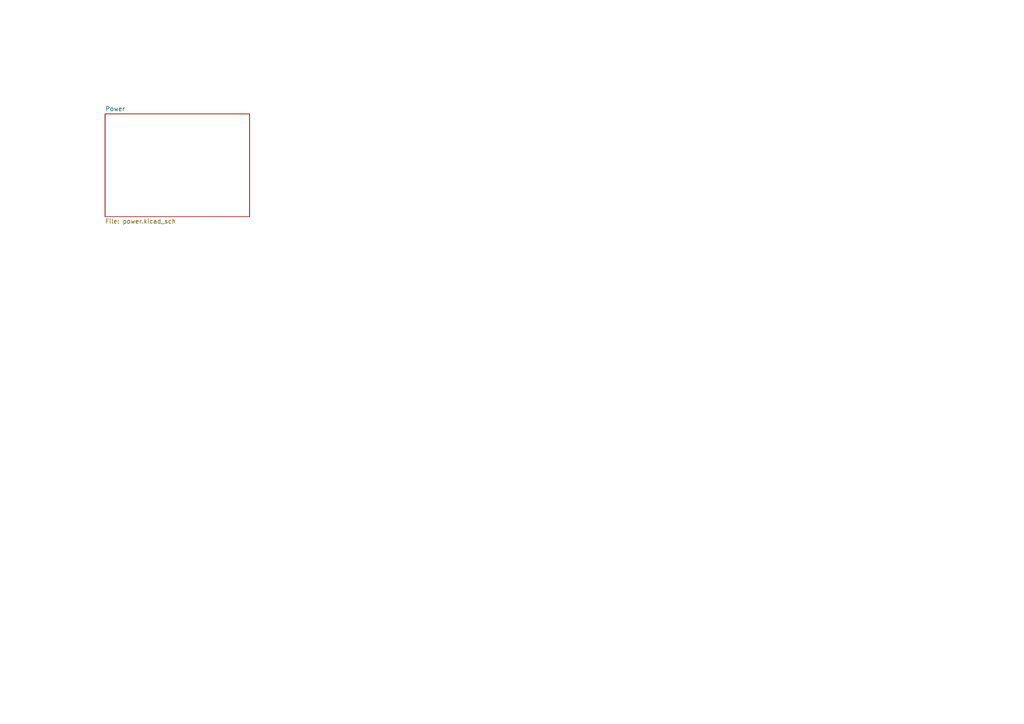
<source format=kicad_sch>
(kicad_sch
	(version 20231120)
	(generator "eeschema")
	(generator_version "8.0")
	(uuid "293152d7-adde-410d-813d-c672625d80c7")
	(paper "A4")
	(title_block
		(title "Pet Picture")
		(date "2025-06-10")
		(rev "0")
		(company "Brady Kuhn")
	)
	(lib_symbols)
	(sheet
		(at 30.48 33.02)
		(size 41.91 29.845)
		(fields_autoplaced yes)
		(stroke
			(width 0.1524)
			(type solid)
		)
		(fill
			(color 0 0 0 0.0000)
		)
		(uuid "4d0d1f9b-b985-4fba-a3f3-d526e2b6d7c1")
		(property "Sheetname" "Power"
			(at 30.48 32.3084 0)
			(effects
				(font
					(size 1.27 1.27)
				)
				(justify left bottom)
			)
		)
		(property "Sheetfile" "power.kicad_sch"
			(at 30.48 63.4496 0)
			(effects
				(font
					(size 1.27 1.27)
				)
				(justify left top)
			)
		)
		(instances
			(project "murphy-detector"
				(path "/293152d7-adde-410d-813d-c672625d80c7"
					(page "2")
				)
			)
		)
	)
	(sheet_instances
		(path "/"
			(page "1")
		)
	)
)

</source>
